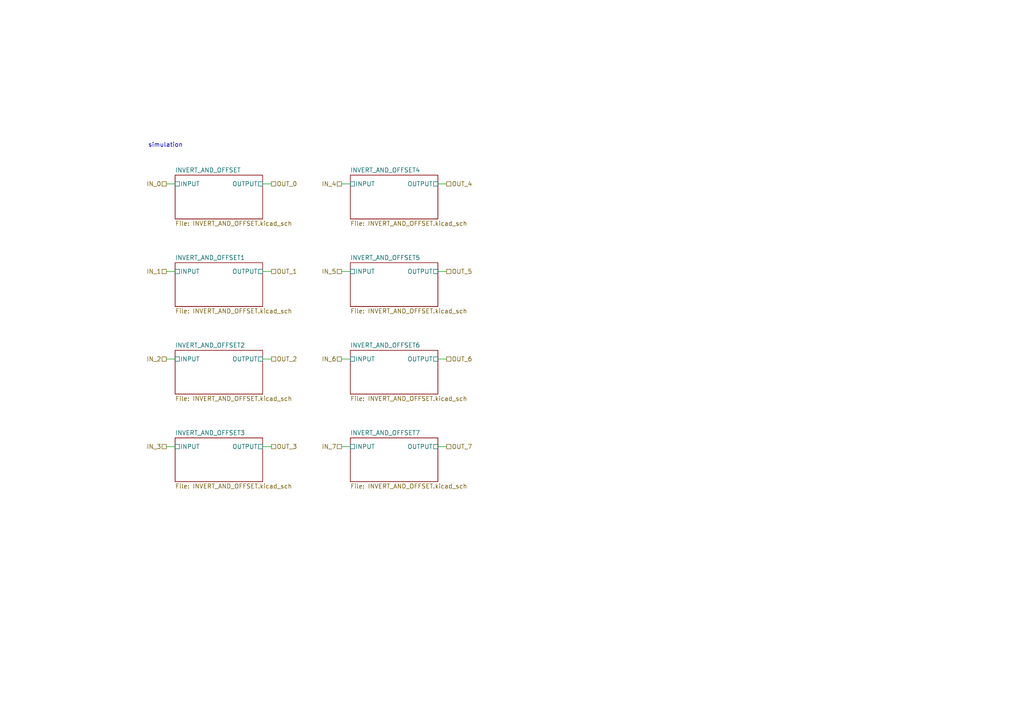
<source format=kicad_sch>
(kicad_sch
	(version 20250114)
	(generator "eeschema")
	(generator_version "9.0")
	(uuid "90e24bb9-f10f-4b83-ac24-c2b24b707dee")
	(paper "A4")
	(lib_symbols)
	(text "simulation"
		(exclude_from_sim no)
		(at 48.006 42.164 0)
		(effects
			(font
				(size 1.27 1.27)
			)
			(href "https://www.falstad.com/circuit/circuitjs.html?ctz=CQAgjCAMB0l3BWEAWaA2ATGNBmHmwEAOATg2RJAUipRyoFMBaMMAKAEMQW1wyQSvMPyIgc0ejTDx44aCSLwsuNAHYSyDKtFh56kgcNGDOmZDYAnbtnCreLDDrtQq08wHdrQ5zwG9zVr6CfiFS1HBsnsHRQvweIcIYtrFJ8Q5O9onJUJZeIBiQoun5hS5uEQBK1o4lRWDOBaI0NMg04pIuMAi5vo15jk3g4eYA5v1Edbw4kMidbFUs-PX2GAje-mIozdDIyEgY0GA4g11sAPYgvIOtCrQwcISYSDSiU3e09IOi9NJlbWxAA")
		)
		(uuid "924acfe5-0809-40bd-8d6a-c4b311b2f24d")
	)
	(wire
		(pts
			(xy 99.06 53.34) (xy 101.6 53.34)
		)
		(stroke
			(width 0)
			(type default)
		)
		(uuid "228c677e-ec79-4919-af48-a34b43c8010a")
	)
	(wire
		(pts
			(xy 48.26 129.54) (xy 50.8 129.54)
		)
		(stroke
			(width 0)
			(type default)
		)
		(uuid "23733cd4-d55f-4ba7-8ae3-6d5a50492cd0")
	)
	(wire
		(pts
			(xy 76.2 78.74) (xy 78.74 78.74)
		)
		(stroke
			(width 0)
			(type default)
		)
		(uuid "26e3fbcd-e9e6-4788-8c5f-eaaf5397f172")
	)
	(wire
		(pts
			(xy 48.26 104.14) (xy 50.8 104.14)
		)
		(stroke
			(width 0)
			(type default)
		)
		(uuid "51031bc1-4b9b-4c72-8cd4-50fd1d562d4d")
	)
	(wire
		(pts
			(xy 76.2 53.34) (xy 78.74 53.34)
		)
		(stroke
			(width 0)
			(type default)
		)
		(uuid "5a5441e2-0a8d-499f-9460-945a7690bb81")
	)
	(wire
		(pts
			(xy 127 104.14) (xy 129.54 104.14)
		)
		(stroke
			(width 0)
			(type default)
		)
		(uuid "5e6f6a77-24d5-4afe-bdec-8512b9a80141")
	)
	(wire
		(pts
			(xy 76.2 104.14) (xy 78.74 104.14)
		)
		(stroke
			(width 0)
			(type default)
		)
		(uuid "70f0200a-6b65-4c57-b58c-251819a558f9")
	)
	(wire
		(pts
			(xy 99.06 129.54) (xy 101.6 129.54)
		)
		(stroke
			(width 0)
			(type default)
		)
		(uuid "7bcc9864-b4fa-4a5a-a15f-f23be2d3554c")
	)
	(wire
		(pts
			(xy 127 78.74) (xy 129.54 78.74)
		)
		(stroke
			(width 0)
			(type default)
		)
		(uuid "7ff50bc6-2dcc-416a-9227-d683dab1a1a0")
	)
	(wire
		(pts
			(xy 48.26 53.34) (xy 50.8 53.34)
		)
		(stroke
			(width 0)
			(type default)
		)
		(uuid "a0539978-27dd-4dc6-87f0-5f43a6307b72")
	)
	(wire
		(pts
			(xy 76.2 129.54) (xy 78.74 129.54)
		)
		(stroke
			(width 0)
			(type default)
		)
		(uuid "a9de1e2d-d8db-4448-8105-000acff7ac7b")
	)
	(wire
		(pts
			(xy 127 129.54) (xy 129.54 129.54)
		)
		(stroke
			(width 0)
			(type default)
		)
		(uuid "ae2468c4-65fd-4dcc-af01-0716f20a8d73")
	)
	(wire
		(pts
			(xy 127 53.34) (xy 129.54 53.34)
		)
		(stroke
			(width 0)
			(type default)
		)
		(uuid "c0b2999b-04d8-46ba-a17c-6ba91b69a50a")
	)
	(wire
		(pts
			(xy 48.26 78.74) (xy 50.8 78.74)
		)
		(stroke
			(width 0)
			(type default)
		)
		(uuid "c3fad15f-f00c-41b1-9a45-af8eb4b1c6ac")
	)
	(wire
		(pts
			(xy 99.06 104.14) (xy 101.6 104.14)
		)
		(stroke
			(width 0)
			(type default)
		)
		(uuid "e6e44ef3-696d-46c8-8d7a-9c86de9d908e")
	)
	(wire
		(pts
			(xy 99.06 78.74) (xy 101.6 78.74)
		)
		(stroke
			(width 0)
			(type default)
		)
		(uuid "fc9f8be4-53eb-4034-ab9e-05054bfec79d")
	)
	(hierarchical_label "IN_5"
		(shape passive)
		(at 99.06 78.74 180)
		(effects
			(font
				(size 1.27 1.27)
			)
			(justify right)
		)
		(uuid "036bf715-912e-4128-8127-b0f18aea3636")
	)
	(hierarchical_label "IN_7"
		(shape passive)
		(at 99.06 129.54 180)
		(effects
			(font
				(size 1.27 1.27)
			)
			(justify right)
		)
		(uuid "25e4fb69-a55f-42b9-bd6c-58e469fbfa9c")
	)
	(hierarchical_label "OUT_4"
		(shape passive)
		(at 129.54 53.34 0)
		(effects
			(font
				(size 1.27 1.27)
			)
			(justify left)
		)
		(uuid "313fb109-461f-4ccc-aebe-0d2bbf991863")
	)
	(hierarchical_label "OUT_5"
		(shape passive)
		(at 129.54 78.74 0)
		(effects
			(font
				(size 1.27 1.27)
			)
			(justify left)
		)
		(uuid "3624d70b-db25-4385-8919-7c6a5b22a765")
	)
	(hierarchical_label "OUT_2"
		(shape passive)
		(at 78.74 104.14 0)
		(effects
			(font
				(size 1.27 1.27)
			)
			(justify left)
		)
		(uuid "3f8cef54-8efd-4ead-9556-fc3b7ad28db7")
	)
	(hierarchical_label "IN_3"
		(shape passive)
		(at 48.26 129.54 180)
		(effects
			(font
				(size 1.27 1.27)
			)
			(justify right)
		)
		(uuid "47cd1bb0-0f13-4a12-ba7f-e6164b5fdcb7")
	)
	(hierarchical_label "IN_4"
		(shape passive)
		(at 99.06 53.34 180)
		(effects
			(font
				(size 1.27 1.27)
			)
			(justify right)
		)
		(uuid "4bae98e5-0637-418e-899d-05ce1d213d3c")
	)
	(hierarchical_label "IN_0"
		(shape passive)
		(at 48.26 53.34 180)
		(effects
			(font
				(size 1.27 1.27)
			)
			(justify right)
		)
		(uuid "4d2ebdd1-f338-47cb-8128-66f63e67d79e")
	)
	(hierarchical_label "OUT_0"
		(shape passive)
		(at 78.74 53.34 0)
		(effects
			(font
				(size 1.27 1.27)
			)
			(justify left)
		)
		(uuid "95cd6853-74b1-459d-a9d6-58c93075f31a")
	)
	(hierarchical_label "IN_2"
		(shape passive)
		(at 48.26 104.14 180)
		(effects
			(font
				(size 1.27 1.27)
			)
			(justify right)
		)
		(uuid "a5b64849-363a-4bb0-9436-8e26a00ec62e")
	)
	(hierarchical_label "IN_6"
		(shape passive)
		(at 99.06 104.14 180)
		(effects
			(font
				(size 1.27 1.27)
			)
			(justify right)
		)
		(uuid "baac120b-a239-4e68-8db3-d1912c069cbf")
	)
	(hierarchical_label "OUT_1"
		(shape passive)
		(at 78.74 78.74 0)
		(effects
			(font
				(size 1.27 1.27)
			)
			(justify left)
		)
		(uuid "ca516fbc-08f9-4bc2-9923-ca2dc85560b8")
	)
	(hierarchical_label "OUT_6"
		(shape passive)
		(at 129.54 104.14 0)
		(effects
			(font
				(size 1.27 1.27)
			)
			(justify left)
		)
		(uuid "d7d4b365-663b-4c3b-b0cf-5306c715a7d8")
	)
	(hierarchical_label "OUT_3"
		(shape passive)
		(at 78.74 129.54 0)
		(effects
			(font
				(size 1.27 1.27)
			)
			(justify left)
		)
		(uuid "da56af14-e4d2-4f21-87de-5578cebcffac")
	)
	(hierarchical_label "IN_1"
		(shape passive)
		(at 48.26 78.74 180)
		(effects
			(font
				(size 1.27 1.27)
			)
			(justify right)
		)
		(uuid "e140b3a0-7a02-437b-8943-b11b2bcea8ad")
	)
	(hierarchical_label "OUT_7"
		(shape passive)
		(at 129.54 129.54 0)
		(effects
			(font
				(size 1.27 1.27)
			)
			(justify left)
		)
		(uuid "f32732fc-dd38-4a1f-a9aa-f42649a6ba08")
	)
	(sheet
		(at 50.8 101.6)
		(size 25.4 12.7)
		(exclude_from_sim no)
		(in_bom yes)
		(on_board yes)
		(dnp no)
		(fields_autoplaced yes)
		(stroke
			(width 0.1524)
			(type solid)
		)
		(fill
			(color 0 0 0 0.0000)
		)
		(uuid "09f61d21-4a2b-45e2-8853-b9af0ae4824d")
		(property "Sheetname" "INVERT_AND_OFFSET2"
			(at 50.8 100.8884 0)
			(effects
				(font
					(size 1.27 1.27)
				)
				(justify left bottom)
			)
		)
		(property "Sheetfile" "INVERT_AND_OFFSET.kicad_sch"
			(at 50.8 114.8846 0)
			(effects
				(font
					(size 1.27 1.27)
				)
				(justify left top)
			)
		)
		(pin "INPUT" passive
			(at 50.8 104.14 180)
			(uuid "31cfb0cf-9aac-4f59-9b05-2c2203d65357")
			(effects
				(font
					(size 1.27 1.27)
				)
				(justify left)
			)
		)
		(pin "OUTPUT" passive
			(at 76.2 104.14 0)
			(uuid "a9eaba3b-c66a-43d4-a5b3-d682c6776f11")
			(effects
				(font
					(size 1.27 1.27)
				)
				(justify right)
			)
		)
		(instances
			(project "PCBA-OCTV"
				(path "/e5217a0c-7f55-4c30-adda-7f8d95709d1b/b17caa00-0559-4e08-a0d3-166f33326b38"
					(page "17")
				)
				(path "/e5217a0c-7f55-4c30-adda-7f8d95709d1b/e92527ab-2be2-443c-a8c4-1a8bec617f2d"
					(page "27")
				)
			)
		)
	)
	(sheet
		(at 50.8 50.8)
		(size 25.4 12.7)
		(exclude_from_sim no)
		(in_bom yes)
		(on_board yes)
		(dnp no)
		(fields_autoplaced yes)
		(stroke
			(width 0.1524)
			(type solid)
		)
		(fill
			(color 0 0 0 0.0000)
		)
		(uuid "33448a19-b58d-4ff0-94fd-9676e3eda940")
		(property "Sheetname" "INVERT_AND_OFFSET"
			(at 50.8 50.0884 0)
			(effects
				(font
					(size 1.27 1.27)
				)
				(justify left bottom)
			)
		)
		(property "Sheetfile" "INVERT_AND_OFFSET.kicad_sch"
			(at 50.8 64.0846 0)
			(effects
				(font
					(size 1.27 1.27)
				)
				(justify left top)
			)
		)
		(pin "INPUT" passive
			(at 50.8 53.34 180)
			(uuid "fd00eb6e-9eb1-456d-b718-226c630ecf34")
			(effects
				(font
					(size 1.27 1.27)
				)
				(justify left)
			)
		)
		(pin "OUTPUT" passive
			(at 76.2 53.34 0)
			(uuid "732da28a-3cfa-41a3-896f-004f33f77a4f")
			(effects
				(font
					(size 1.27 1.27)
				)
				(justify right)
			)
		)
		(instances
			(project "PCBA-OCTV"
				(path "/e5217a0c-7f55-4c30-adda-7f8d95709d1b/b17caa00-0559-4e08-a0d3-166f33326b38"
					(page "15")
				)
				(path "/e5217a0c-7f55-4c30-adda-7f8d95709d1b/e92527ab-2be2-443c-a8c4-1a8bec617f2d"
					(page "25")
				)
			)
		)
	)
	(sheet
		(at 101.6 127)
		(size 25.4 12.7)
		(exclude_from_sim no)
		(in_bom yes)
		(on_board yes)
		(dnp no)
		(fields_autoplaced yes)
		(stroke
			(width 0.1524)
			(type solid)
		)
		(fill
			(color 0 0 0 0.0000)
		)
		(uuid "63beea73-3956-4dca-969f-f58f589259e2")
		(property "Sheetname" "INVERT_AND_OFFSET7"
			(at 101.6 126.2884 0)
			(effects
				(font
					(size 1.27 1.27)
				)
				(justify left bottom)
			)
		)
		(property "Sheetfile" "INVERT_AND_OFFSET.kicad_sch"
			(at 101.6 140.2846 0)
			(effects
				(font
					(size 1.27 1.27)
				)
				(justify left top)
			)
		)
		(pin "INPUT" passive
			(at 101.6 129.54 180)
			(uuid "dc3fd4a2-b07e-4dbb-9f49-0d50ff4dcbb9")
			(effects
				(font
					(size 1.27 1.27)
				)
				(justify left)
			)
		)
		(pin "OUTPUT" passive
			(at 127 129.54 0)
			(uuid "cfe5c876-aaa1-416c-93f7-60d7f72c2f06")
			(effects
				(font
					(size 1.27 1.27)
				)
				(justify right)
			)
		)
		(instances
			(project "PCBA-OCTV"
				(path "/e5217a0c-7f55-4c30-adda-7f8d95709d1b/b17caa00-0559-4e08-a0d3-166f33326b38"
					(page "11")
				)
				(path "/e5217a0c-7f55-4c30-adda-7f8d95709d1b/e92527ab-2be2-443c-a8c4-1a8bec617f2d"
					(page "21")
				)
			)
		)
	)
	(sheet
		(at 101.6 101.6)
		(size 25.4 12.7)
		(exclude_from_sim no)
		(in_bom yes)
		(on_board yes)
		(dnp no)
		(fields_autoplaced yes)
		(stroke
			(width 0.1524)
			(type solid)
		)
		(fill
			(color 0 0 0 0.0000)
		)
		(uuid "ac59542f-d8ec-49ac-9624-6378e012c12c")
		(property "Sheetname" "INVERT_AND_OFFSET6"
			(at 101.6 100.8884 0)
			(effects
				(font
					(size 1.27 1.27)
				)
				(justify left bottom)
			)
		)
		(property "Sheetfile" "INVERT_AND_OFFSET.kicad_sch"
			(at 101.6 114.8846 0)
			(effects
				(font
					(size 1.27 1.27)
				)
				(justify left top)
			)
		)
		(pin "INPUT" passive
			(at 101.6 104.14 180)
			(uuid "4cdd7049-429a-40bf-8d7f-1b60bf3b1e94")
			(effects
				(font
					(size 1.27 1.27)
				)
				(justify left)
			)
		)
		(pin "OUTPUT" passive
			(at 127 104.14 0)
			(uuid "97528a63-0607-48cf-82f2-3144f39660f8")
			(effects
				(font
					(size 1.27 1.27)
				)
				(justify right)
			)
		)
		(instances
			(project "PCBA-OCTV"
				(path "/e5217a0c-7f55-4c30-adda-7f8d95709d1b/b17caa00-0559-4e08-a0d3-166f33326b38"
					(page "12")
				)
				(path "/e5217a0c-7f55-4c30-adda-7f8d95709d1b/e92527ab-2be2-443c-a8c4-1a8bec617f2d"
					(page "22")
				)
			)
		)
	)
	(sheet
		(at 101.6 50.8)
		(size 25.4 12.7)
		(exclude_from_sim no)
		(in_bom yes)
		(on_board yes)
		(dnp no)
		(fields_autoplaced yes)
		(stroke
			(width 0.1524)
			(type solid)
		)
		(fill
			(color 0 0 0 0.0000)
		)
		(uuid "b018c709-252d-466d-a4d1-cf1b9734f1dd")
		(property "Sheetname" "INVERT_AND_OFFSET4"
			(at 101.6 50.0884 0)
			(effects
				(font
					(size 1.27 1.27)
				)
				(justify left bottom)
			)
		)
		(property "Sheetfile" "INVERT_AND_OFFSET.kicad_sch"
			(at 101.6 64.0846 0)
			(effects
				(font
					(size 1.27 1.27)
				)
				(justify left top)
			)
		)
		(pin "INPUT" passive
			(at 101.6 53.34 180)
			(uuid "33a26d48-e541-4ea8-b387-9f0deef528c1")
			(effects
				(font
					(size 1.27 1.27)
				)
				(justify left)
			)
		)
		(pin "OUTPUT" passive
			(at 127 53.34 0)
			(uuid "f3e1a025-a2c6-410e-93f6-b9558001dcf9")
			(effects
				(font
					(size 1.27 1.27)
				)
				(justify right)
			)
		)
		(instances
			(project "PCBA-OCTV"
				(path "/e5217a0c-7f55-4c30-adda-7f8d95709d1b/b17caa00-0559-4e08-a0d3-166f33326b38"
					(page "13")
				)
				(path "/e5217a0c-7f55-4c30-adda-7f8d95709d1b/e92527ab-2be2-443c-a8c4-1a8bec617f2d"
					(page "23")
				)
			)
		)
	)
	(sheet
		(at 101.6 76.2)
		(size 25.4 12.7)
		(exclude_from_sim no)
		(in_bom yes)
		(on_board yes)
		(dnp no)
		(fields_autoplaced yes)
		(stroke
			(width 0.1524)
			(type solid)
		)
		(fill
			(color 0 0 0 0.0000)
		)
		(uuid "c1763f5e-984f-4ab9-99c4-9744f297afe3")
		(property "Sheetname" "INVERT_AND_OFFSET5"
			(at 101.6 75.4884 0)
			(effects
				(font
					(size 1.27 1.27)
				)
				(justify left bottom)
			)
		)
		(property "Sheetfile" "INVERT_AND_OFFSET.kicad_sch"
			(at 101.6 89.4846 0)
			(effects
				(font
					(size 1.27 1.27)
				)
				(justify left top)
			)
		)
		(pin "INPUT" passive
			(at 101.6 78.74 180)
			(uuid "1f011e41-5405-49e3-95e0-107b669863bd")
			(effects
				(font
					(size 1.27 1.27)
				)
				(justify left)
			)
		)
		(pin "OUTPUT" passive
			(at 127 78.74 0)
			(uuid "40fa3d47-f7da-4139-a5ec-5f6ca6db8fa1")
			(effects
				(font
					(size 1.27 1.27)
				)
				(justify right)
			)
		)
		(instances
			(project "PCBA-OCTV"
				(path "/e5217a0c-7f55-4c30-adda-7f8d95709d1b/b17caa00-0559-4e08-a0d3-166f33326b38"
					(page "14")
				)
				(path "/e5217a0c-7f55-4c30-adda-7f8d95709d1b/e92527ab-2be2-443c-a8c4-1a8bec617f2d"
					(page "24")
				)
			)
		)
	)
	(sheet
		(at 50.8 127)
		(size 25.4 12.7)
		(exclude_from_sim no)
		(in_bom yes)
		(on_board yes)
		(dnp no)
		(fields_autoplaced yes)
		(stroke
			(width 0.1524)
			(type solid)
		)
		(fill
			(color 0 0 0 0.0000)
		)
		(uuid "da263848-1d8f-422c-a8e1-20de463ca9fe")
		(property "Sheetname" "INVERT_AND_OFFSET3"
			(at 50.8 126.2884 0)
			(effects
				(font
					(size 1.27 1.27)
				)
				(justify left bottom)
			)
		)
		(property "Sheetfile" "INVERT_AND_OFFSET.kicad_sch"
			(at 50.8 140.2846 0)
			(effects
				(font
					(size 1.27 1.27)
				)
				(justify left top)
			)
		)
		(pin "INPUT" passive
			(at 50.8 129.54 180)
			(uuid "bb42a775-58e3-4e62-8f2b-8633918350b6")
			(effects
				(font
					(size 1.27 1.27)
				)
				(justify left)
			)
		)
		(pin "OUTPUT" passive
			(at 76.2 129.54 0)
			(uuid "c0c6db39-e016-4585-b5dd-d440e19ff478")
			(effects
				(font
					(size 1.27 1.27)
				)
				(justify right)
			)
		)
		(instances
			(project "PCBA-OCTV"
				(path "/e5217a0c-7f55-4c30-adda-7f8d95709d1b/b17caa00-0559-4e08-a0d3-166f33326b38"
					(page "18")
				)
				(path "/e5217a0c-7f55-4c30-adda-7f8d95709d1b/e92527ab-2be2-443c-a8c4-1a8bec617f2d"
					(page "28")
				)
			)
		)
	)
	(sheet
		(at 50.8 76.2)
		(size 25.4 12.7)
		(exclude_from_sim no)
		(in_bom yes)
		(on_board yes)
		(dnp no)
		(fields_autoplaced yes)
		(stroke
			(width 0.1524)
			(type solid)
		)
		(fill
			(color 0 0 0 0.0000)
		)
		(uuid "e031fb9f-14b0-458e-86d1-4681a59bf3f4")
		(property "Sheetname" "INVERT_AND_OFFSET1"
			(at 50.8 75.4884 0)
			(effects
				(font
					(size 1.27 1.27)
				)
				(justify left bottom)
			)
		)
		(property "Sheetfile" "INVERT_AND_OFFSET.kicad_sch"
			(at 50.8 89.4846 0)
			(effects
				(font
					(size 1.27 1.27)
				)
				(justify left top)
			)
		)
		(pin "INPUT" passive
			(at 50.8 78.74 180)
			(uuid "30a242f5-ff35-4750-8106-94bc83c0ae95")
			(effects
				(font
					(size 1.27 1.27)
				)
				(justify left)
			)
		)
		(pin "OUTPUT" passive
			(at 76.2 78.74 0)
			(uuid "1621330a-ecc1-425c-bc7f-57051692d859")
			(effects
				(font
					(size 1.27 1.27)
				)
				(justify right)
			)
		)
		(instances
			(project "PCBA-OCTV"
				(path "/e5217a0c-7f55-4c30-adda-7f8d95709d1b/b17caa00-0559-4e08-a0d3-166f33326b38"
					(page "16")
				)
				(path "/e5217a0c-7f55-4c30-adda-7f8d95709d1b/e92527ab-2be2-443c-a8c4-1a8bec617f2d"
					(page "26")
				)
			)
		)
	)
)

</source>
